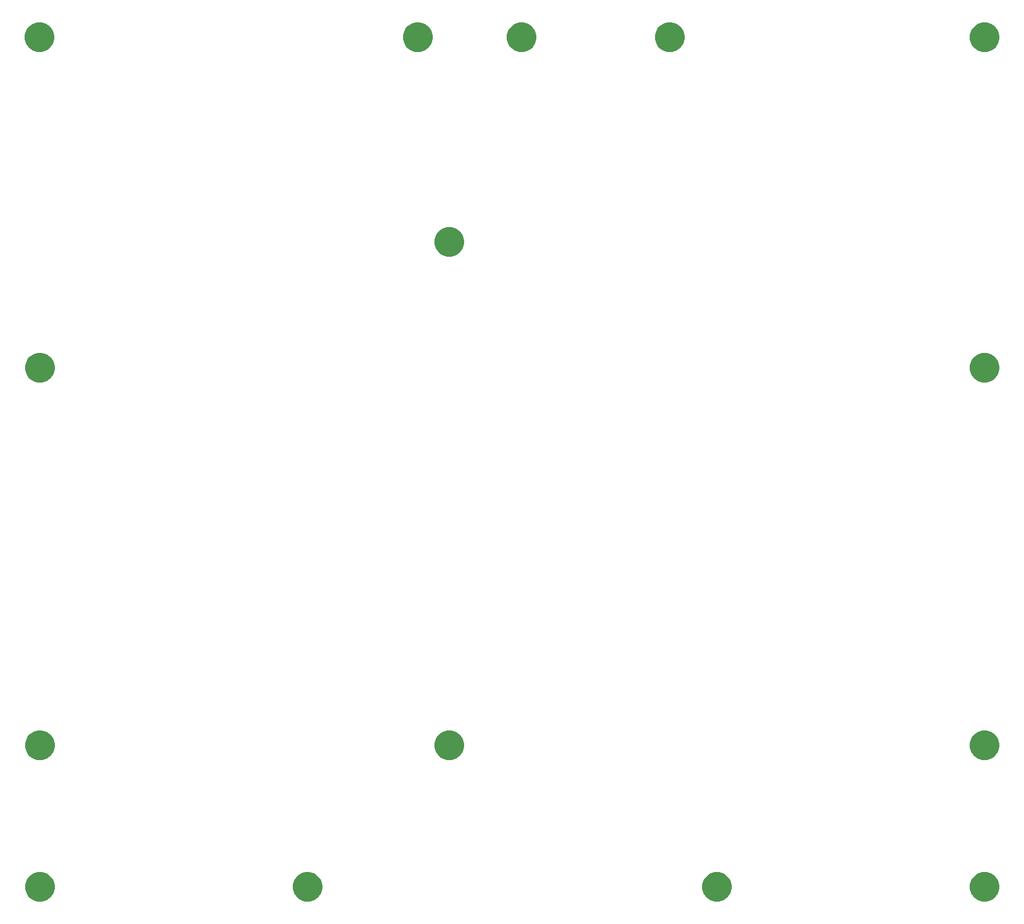
<source format=gts>
G04 #@! TF.GenerationSoftware,KiCad,Pcbnew,5.1.4*
G04 #@! TF.CreationDate,2019-11-02T22:35:18+09:00*
G04 #@! TF.ProjectId,Navpad_bottom-32u4,4e617670-6164-45f6-926f-74746f6d2d33,rev?*
G04 #@! TF.SameCoordinates,Original*
G04 #@! TF.FileFunction,Soldermask,Top*
G04 #@! TF.FilePolarity,Negative*
%FSLAX46Y46*%
G04 Gerber Fmt 4.6, Leading zero omitted, Abs format (unit mm)*
G04 Created by KiCad (PCBNEW 5.1.4) date 2019-11-02 22:35:18*
%MOMM*%
%LPD*%
G04 APERTURE LIST*
%ADD10C,0.100000*%
G04 APERTURE END LIST*
D10*
G36*
X163026380Y-157367026D02*
G01*
X163407093Y-157442754D01*
X163816749Y-157612439D01*
X164185429Y-157858784D01*
X164498966Y-158172321D01*
X164745311Y-158541001D01*
X164914996Y-158950657D01*
X165001500Y-159385546D01*
X165001500Y-159828954D01*
X164914996Y-160263843D01*
X164745311Y-160673499D01*
X164498966Y-161042179D01*
X164185429Y-161355716D01*
X163816749Y-161602061D01*
X163407093Y-161771746D01*
X163026380Y-161847474D01*
X162972205Y-161858250D01*
X162528795Y-161858250D01*
X162474620Y-161847474D01*
X162093907Y-161771746D01*
X161684251Y-161602061D01*
X161315571Y-161355716D01*
X161002034Y-161042179D01*
X160755689Y-160673499D01*
X160586004Y-160263843D01*
X160499500Y-159828954D01*
X160499500Y-159385546D01*
X160586004Y-158950657D01*
X160755689Y-158541001D01*
X161002034Y-158172321D01*
X161315571Y-157858784D01*
X161684251Y-157612439D01*
X162093907Y-157442754D01*
X162474620Y-157367026D01*
X162528795Y-157356250D01*
X162972205Y-157356250D01*
X163026380Y-157367026D01*
X163026380Y-157367026D01*
G37*
G36*
X101113880Y-157367026D02*
G01*
X101494593Y-157442754D01*
X101904249Y-157612439D01*
X102272929Y-157858784D01*
X102586466Y-158172321D01*
X102832811Y-158541001D01*
X103002496Y-158950657D01*
X103089000Y-159385546D01*
X103089000Y-159828954D01*
X103002496Y-160263843D01*
X102832811Y-160673499D01*
X102586466Y-161042179D01*
X102272929Y-161355716D01*
X101904249Y-161602061D01*
X101494593Y-161771746D01*
X101113880Y-161847474D01*
X101059705Y-161858250D01*
X100616295Y-161858250D01*
X100562120Y-161847474D01*
X100181407Y-161771746D01*
X99771751Y-161602061D01*
X99403071Y-161355716D01*
X99089534Y-161042179D01*
X98843189Y-160673499D01*
X98673504Y-160263843D01*
X98587000Y-159828954D01*
X98587000Y-159385546D01*
X98673504Y-158950657D01*
X98843189Y-158541001D01*
X99089534Y-158172321D01*
X99403071Y-157858784D01*
X99771751Y-157612439D01*
X100181407Y-157442754D01*
X100562120Y-157367026D01*
X100616295Y-157356250D01*
X101059705Y-157356250D01*
X101113880Y-157367026D01*
X101113880Y-157367026D01*
G37*
G36*
X203507630Y-157367026D02*
G01*
X203888343Y-157442754D01*
X204297999Y-157612439D01*
X204666679Y-157858784D01*
X204980216Y-158172321D01*
X205226561Y-158541001D01*
X205396246Y-158950657D01*
X205482750Y-159385546D01*
X205482750Y-159828954D01*
X205396246Y-160263843D01*
X205226561Y-160673499D01*
X204980216Y-161042179D01*
X204666679Y-161355716D01*
X204297999Y-161602061D01*
X203888343Y-161771746D01*
X203507630Y-161847474D01*
X203453455Y-161858250D01*
X203010045Y-161858250D01*
X202955870Y-161847474D01*
X202575157Y-161771746D01*
X202165501Y-161602061D01*
X201796821Y-161355716D01*
X201483284Y-161042179D01*
X201236939Y-160673499D01*
X201067254Y-160263843D01*
X200980750Y-159828954D01*
X200980750Y-159385546D01*
X201067254Y-158950657D01*
X201236939Y-158541001D01*
X201483284Y-158172321D01*
X201796821Y-157858784D01*
X202165501Y-157612439D01*
X202575157Y-157442754D01*
X202955870Y-157367026D01*
X203010045Y-157356250D01*
X203453455Y-157356250D01*
X203507630Y-157367026D01*
X203507630Y-157367026D01*
G37*
G36*
X60632630Y-157367026D02*
G01*
X61013343Y-157442754D01*
X61422999Y-157612439D01*
X61791679Y-157858784D01*
X62105216Y-158172321D01*
X62351561Y-158541001D01*
X62521246Y-158950657D01*
X62607750Y-159385546D01*
X62607750Y-159828954D01*
X62521246Y-160263843D01*
X62351561Y-160673499D01*
X62105216Y-161042179D01*
X61791679Y-161355716D01*
X61422999Y-161602061D01*
X61013343Y-161771746D01*
X60632630Y-161847474D01*
X60578455Y-161858250D01*
X60135045Y-161858250D01*
X60080870Y-161847474D01*
X59700157Y-161771746D01*
X59290501Y-161602061D01*
X58921821Y-161355716D01*
X58608284Y-161042179D01*
X58361939Y-160673499D01*
X58192254Y-160263843D01*
X58105750Y-159828954D01*
X58105750Y-159385546D01*
X58192254Y-158950657D01*
X58361939Y-158541001D01*
X58608284Y-158172321D01*
X58921821Y-157858784D01*
X59290501Y-157612439D01*
X59700157Y-157442754D01*
X60080870Y-157367026D01*
X60135045Y-157356250D01*
X60578455Y-157356250D01*
X60632630Y-157367026D01*
X60632630Y-157367026D01*
G37*
G36*
X60632630Y-135935776D02*
G01*
X61013343Y-136011504D01*
X61422999Y-136181189D01*
X61791679Y-136427534D01*
X62105216Y-136741071D01*
X62351561Y-137109751D01*
X62521246Y-137519407D01*
X62607750Y-137954296D01*
X62607750Y-138397704D01*
X62521246Y-138832593D01*
X62351561Y-139242249D01*
X62105216Y-139610929D01*
X61791679Y-139924466D01*
X61422999Y-140170811D01*
X61013343Y-140340496D01*
X60632630Y-140416224D01*
X60578455Y-140427000D01*
X60135045Y-140427000D01*
X60080870Y-140416224D01*
X59700157Y-140340496D01*
X59290501Y-140170811D01*
X58921821Y-139924466D01*
X58608284Y-139610929D01*
X58361939Y-139242249D01*
X58192254Y-138832593D01*
X58105750Y-138397704D01*
X58105750Y-137954296D01*
X58192254Y-137519407D01*
X58361939Y-137109751D01*
X58608284Y-136741071D01*
X58921821Y-136427534D01*
X59290501Y-136181189D01*
X59700157Y-136011504D01*
X60080870Y-135935776D01*
X60135045Y-135925000D01*
X60578455Y-135925000D01*
X60632630Y-135935776D01*
X60632630Y-135935776D01*
G37*
G36*
X122545130Y-135935776D02*
G01*
X122925843Y-136011504D01*
X123335499Y-136181189D01*
X123704179Y-136427534D01*
X124017716Y-136741071D01*
X124264061Y-137109751D01*
X124433746Y-137519407D01*
X124520250Y-137954296D01*
X124520250Y-138397704D01*
X124433746Y-138832593D01*
X124264061Y-139242249D01*
X124017716Y-139610929D01*
X123704179Y-139924466D01*
X123335499Y-140170811D01*
X122925843Y-140340496D01*
X122545130Y-140416224D01*
X122490955Y-140427000D01*
X122047545Y-140427000D01*
X121993370Y-140416224D01*
X121612657Y-140340496D01*
X121203001Y-140170811D01*
X120834321Y-139924466D01*
X120520784Y-139610929D01*
X120274439Y-139242249D01*
X120104754Y-138832593D01*
X120018250Y-138397704D01*
X120018250Y-137954296D01*
X120104754Y-137519407D01*
X120274439Y-137109751D01*
X120520784Y-136741071D01*
X120834321Y-136427534D01*
X121203001Y-136181189D01*
X121612657Y-136011504D01*
X121993370Y-135935776D01*
X122047545Y-135925000D01*
X122490955Y-135925000D01*
X122545130Y-135935776D01*
X122545130Y-135935776D01*
G37*
G36*
X203507630Y-135935776D02*
G01*
X203888343Y-136011504D01*
X204297999Y-136181189D01*
X204666679Y-136427534D01*
X204980216Y-136741071D01*
X205226561Y-137109751D01*
X205396246Y-137519407D01*
X205482750Y-137954296D01*
X205482750Y-138397704D01*
X205396246Y-138832593D01*
X205226561Y-139242249D01*
X204980216Y-139610929D01*
X204666679Y-139924466D01*
X204297999Y-140170811D01*
X203888343Y-140340496D01*
X203507630Y-140416224D01*
X203453455Y-140427000D01*
X203010045Y-140427000D01*
X202955870Y-140416224D01*
X202575157Y-140340496D01*
X202165501Y-140170811D01*
X201796821Y-139924466D01*
X201483284Y-139610929D01*
X201236939Y-139242249D01*
X201067254Y-138832593D01*
X200980750Y-138397704D01*
X200980750Y-137954296D01*
X201067254Y-137519407D01*
X201236939Y-137109751D01*
X201483284Y-136741071D01*
X201796821Y-136427534D01*
X202165501Y-136181189D01*
X202575157Y-136011504D01*
X202955870Y-135935776D01*
X203010045Y-135925000D01*
X203453455Y-135925000D01*
X203507630Y-135935776D01*
X203507630Y-135935776D01*
G37*
G36*
X203507630Y-78785776D02*
G01*
X203888343Y-78861504D01*
X204297999Y-79031189D01*
X204666679Y-79277534D01*
X204980216Y-79591071D01*
X205226561Y-79959751D01*
X205396246Y-80369407D01*
X205482750Y-80804296D01*
X205482750Y-81247704D01*
X205396246Y-81682593D01*
X205226561Y-82092249D01*
X204980216Y-82460929D01*
X204666679Y-82774466D01*
X204297999Y-83020811D01*
X203888343Y-83190496D01*
X203507630Y-83266224D01*
X203453455Y-83277000D01*
X203010045Y-83277000D01*
X202955870Y-83266224D01*
X202575157Y-83190496D01*
X202165501Y-83020811D01*
X201796821Y-82774466D01*
X201483284Y-82460929D01*
X201236939Y-82092249D01*
X201067254Y-81682593D01*
X200980750Y-81247704D01*
X200980750Y-80804296D01*
X201067254Y-80369407D01*
X201236939Y-79959751D01*
X201483284Y-79591071D01*
X201796821Y-79277534D01*
X202165501Y-79031189D01*
X202575157Y-78861504D01*
X202955870Y-78785776D01*
X203010045Y-78775000D01*
X203453455Y-78775000D01*
X203507630Y-78785776D01*
X203507630Y-78785776D01*
G37*
G36*
X60632630Y-78785776D02*
G01*
X61013343Y-78861504D01*
X61422999Y-79031189D01*
X61791679Y-79277534D01*
X62105216Y-79591071D01*
X62351561Y-79959751D01*
X62521246Y-80369407D01*
X62607750Y-80804296D01*
X62607750Y-81247704D01*
X62521246Y-81682593D01*
X62351561Y-82092249D01*
X62105216Y-82460929D01*
X61791679Y-82774466D01*
X61422999Y-83020811D01*
X61013343Y-83190496D01*
X60632630Y-83266224D01*
X60578455Y-83277000D01*
X60135045Y-83277000D01*
X60080870Y-83266224D01*
X59700157Y-83190496D01*
X59290501Y-83020811D01*
X58921821Y-82774466D01*
X58608284Y-82460929D01*
X58361939Y-82092249D01*
X58192254Y-81682593D01*
X58105750Y-81247704D01*
X58105750Y-80804296D01*
X58192254Y-80369407D01*
X58361939Y-79959751D01*
X58608284Y-79591071D01*
X58921821Y-79277534D01*
X59290501Y-79031189D01*
X59700157Y-78861504D01*
X60080870Y-78785776D01*
X60135045Y-78775000D01*
X60578455Y-78775000D01*
X60632630Y-78785776D01*
X60632630Y-78785776D01*
G37*
G36*
X122545130Y-59735776D02*
G01*
X122925843Y-59811504D01*
X123335499Y-59981189D01*
X123704179Y-60227534D01*
X124017716Y-60541071D01*
X124264061Y-60909751D01*
X124433746Y-61319407D01*
X124520250Y-61754296D01*
X124520250Y-62197704D01*
X124433746Y-62632593D01*
X124264061Y-63042249D01*
X124017716Y-63410929D01*
X123704179Y-63724466D01*
X123335499Y-63970811D01*
X122925843Y-64140496D01*
X122545130Y-64216224D01*
X122490955Y-64227000D01*
X122047545Y-64227000D01*
X121993370Y-64216224D01*
X121612657Y-64140496D01*
X121203001Y-63970811D01*
X120834321Y-63724466D01*
X120520784Y-63410929D01*
X120274439Y-63042249D01*
X120104754Y-62632593D01*
X120018250Y-62197704D01*
X120018250Y-61754296D01*
X120104754Y-61319407D01*
X120274439Y-60909751D01*
X120520784Y-60541071D01*
X120834321Y-60227534D01*
X121203001Y-59981189D01*
X121612657Y-59811504D01*
X121993370Y-59735776D01*
X122047545Y-59725000D01*
X122490955Y-59725000D01*
X122545130Y-59735776D01*
X122545130Y-59735776D01*
G37*
G36*
X133498880Y-28779526D02*
G01*
X133879593Y-28855254D01*
X134289249Y-29024939D01*
X134657929Y-29271284D01*
X134971466Y-29584821D01*
X135217811Y-29953501D01*
X135387496Y-30363157D01*
X135474000Y-30798046D01*
X135474000Y-31241454D01*
X135387496Y-31676343D01*
X135217811Y-32085999D01*
X134971466Y-32454679D01*
X134657929Y-32768216D01*
X134289249Y-33014561D01*
X133879593Y-33184246D01*
X133498880Y-33259974D01*
X133444705Y-33270750D01*
X133001295Y-33270750D01*
X132947120Y-33259974D01*
X132566407Y-33184246D01*
X132156751Y-33014561D01*
X131788071Y-32768216D01*
X131474534Y-32454679D01*
X131228189Y-32085999D01*
X131058504Y-31676343D01*
X130972000Y-31241454D01*
X130972000Y-30798046D01*
X131058504Y-30363157D01*
X131228189Y-29953501D01*
X131474534Y-29584821D01*
X131788071Y-29271284D01*
X132156751Y-29024939D01*
X132566407Y-28855254D01*
X132947120Y-28779526D01*
X133001295Y-28768750D01*
X133444705Y-28768750D01*
X133498880Y-28779526D01*
X133498880Y-28779526D01*
G37*
G36*
X203507630Y-28779526D02*
G01*
X203888343Y-28855254D01*
X204297999Y-29024939D01*
X204666679Y-29271284D01*
X204980216Y-29584821D01*
X205226561Y-29953501D01*
X205396246Y-30363157D01*
X205482750Y-30798046D01*
X205482750Y-31241454D01*
X205396246Y-31676343D01*
X205226561Y-32085999D01*
X204980216Y-32454679D01*
X204666679Y-32768216D01*
X204297999Y-33014561D01*
X203888343Y-33184246D01*
X203507630Y-33259974D01*
X203453455Y-33270750D01*
X203010045Y-33270750D01*
X202955870Y-33259974D01*
X202575157Y-33184246D01*
X202165501Y-33014561D01*
X201796821Y-32768216D01*
X201483284Y-32454679D01*
X201236939Y-32085999D01*
X201067254Y-31676343D01*
X200980750Y-31241454D01*
X200980750Y-30798046D01*
X201067254Y-30363157D01*
X201236939Y-29953501D01*
X201483284Y-29584821D01*
X201796821Y-29271284D01*
X202165501Y-29024939D01*
X202575157Y-28855254D01*
X202955870Y-28779526D01*
X203010045Y-28768750D01*
X203453455Y-28768750D01*
X203507630Y-28779526D01*
X203507630Y-28779526D01*
G37*
G36*
X60600880Y-28747776D02*
G01*
X60981593Y-28823504D01*
X61391249Y-28993189D01*
X61759929Y-29239534D01*
X62073466Y-29553071D01*
X62319811Y-29921751D01*
X62489496Y-30331407D01*
X62576000Y-30766296D01*
X62576000Y-31209704D01*
X62489496Y-31644593D01*
X62319811Y-32054249D01*
X62073466Y-32422929D01*
X61759929Y-32736466D01*
X61391249Y-32982811D01*
X60981593Y-33152496D01*
X60600880Y-33228224D01*
X60546705Y-33239000D01*
X60103295Y-33239000D01*
X60049120Y-33228224D01*
X59668407Y-33152496D01*
X59258751Y-32982811D01*
X58890071Y-32736466D01*
X58576534Y-32422929D01*
X58330189Y-32054249D01*
X58160504Y-31644593D01*
X58074000Y-31209704D01*
X58074000Y-30766296D01*
X58160504Y-30331407D01*
X58330189Y-29921751D01*
X58576534Y-29553071D01*
X58890071Y-29239534D01*
X59258751Y-28993189D01*
X59668407Y-28823504D01*
X60049120Y-28747776D01*
X60103295Y-28737000D01*
X60546705Y-28737000D01*
X60600880Y-28747776D01*
X60600880Y-28747776D01*
G37*
G36*
X117782630Y-28747776D02*
G01*
X118163343Y-28823504D01*
X118572999Y-28993189D01*
X118941679Y-29239534D01*
X119255216Y-29553071D01*
X119501561Y-29921751D01*
X119671246Y-30331407D01*
X119757750Y-30766296D01*
X119757750Y-31209704D01*
X119671246Y-31644593D01*
X119501561Y-32054249D01*
X119255216Y-32422929D01*
X118941679Y-32736466D01*
X118572999Y-32982811D01*
X118163343Y-33152496D01*
X117782630Y-33228224D01*
X117728455Y-33239000D01*
X117285045Y-33239000D01*
X117230870Y-33228224D01*
X116850157Y-33152496D01*
X116440501Y-32982811D01*
X116071821Y-32736466D01*
X115758284Y-32422929D01*
X115511939Y-32054249D01*
X115342254Y-31644593D01*
X115255750Y-31209704D01*
X115255750Y-30766296D01*
X115342254Y-30331407D01*
X115511939Y-29921751D01*
X115758284Y-29553071D01*
X116071821Y-29239534D01*
X116440501Y-28993189D01*
X116850157Y-28823504D01*
X117230870Y-28747776D01*
X117285045Y-28737000D01*
X117728455Y-28737000D01*
X117782630Y-28747776D01*
X117782630Y-28747776D01*
G37*
G36*
X155882630Y-28747776D02*
G01*
X156263343Y-28823504D01*
X156672999Y-28993189D01*
X157041679Y-29239534D01*
X157355216Y-29553071D01*
X157601561Y-29921751D01*
X157771246Y-30331407D01*
X157857750Y-30766296D01*
X157857750Y-31209704D01*
X157771246Y-31644593D01*
X157601561Y-32054249D01*
X157355216Y-32422929D01*
X157041679Y-32736466D01*
X156672999Y-32982811D01*
X156263343Y-33152496D01*
X155882630Y-33228224D01*
X155828455Y-33239000D01*
X155385045Y-33239000D01*
X155330870Y-33228224D01*
X154950157Y-33152496D01*
X154540501Y-32982811D01*
X154171821Y-32736466D01*
X153858284Y-32422929D01*
X153611939Y-32054249D01*
X153442254Y-31644593D01*
X153355750Y-31209704D01*
X153355750Y-30766296D01*
X153442254Y-30331407D01*
X153611939Y-29921751D01*
X153858284Y-29553071D01*
X154171821Y-29239534D01*
X154540501Y-28993189D01*
X154950157Y-28823504D01*
X155330870Y-28747776D01*
X155385045Y-28737000D01*
X155828455Y-28737000D01*
X155882630Y-28747776D01*
X155882630Y-28747776D01*
G37*
M02*

</source>
